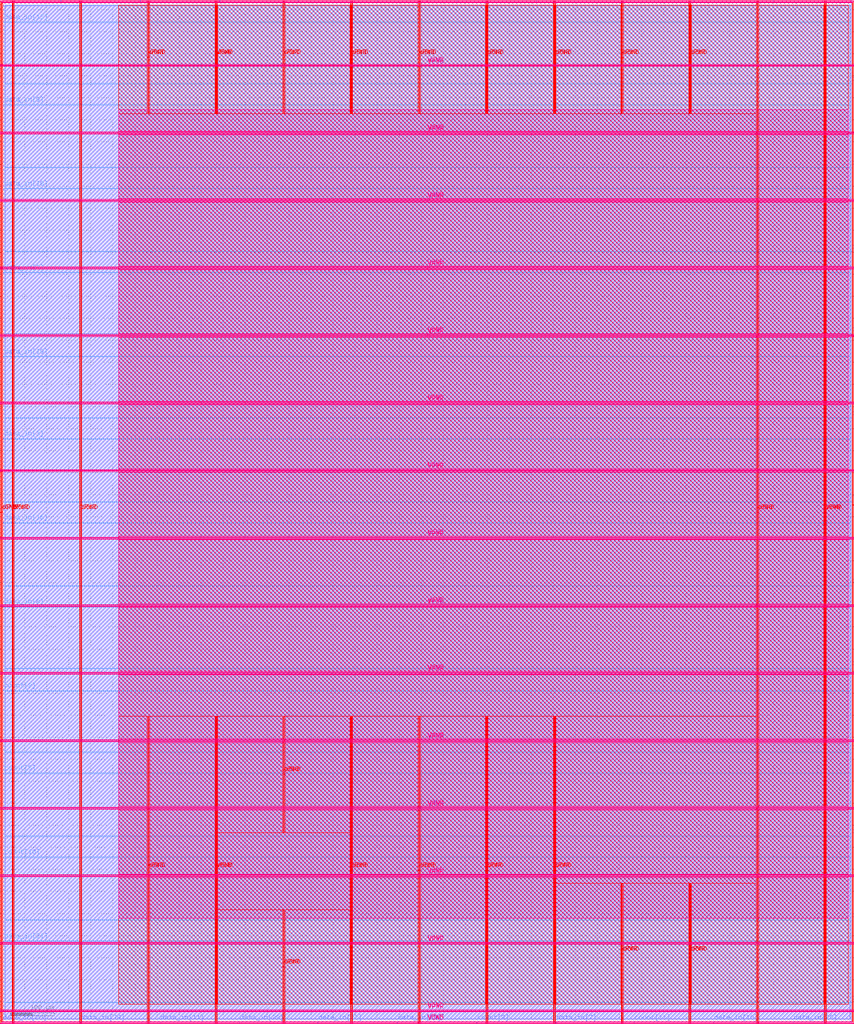
<source format=lef>
VERSION 5.7 ;
  NOWIREEXTENSIONATPIN ON ;
  DIVIDERCHAR "/" ;
  BUSBITCHARS "[]" ;
MACRO sistem
  CLASS BLOCK ;
  FOREIGN sistem ;
  ORIGIN 0.000 0.000 ;
  SIZE 1927.605 BY 2321.635 ;
  PIN VGND
    USE GROUND ;
    PORT
      LAYER met5 ;
        RECT -5.380 642.750 1932.780 644.350 ;
    END
    PORT
      LAYER met5 ;
        RECT -5.380 2174.550 1932.780 2176.150 ;
    END
    PORT
      LAYER met5 ;
        RECT -5.380 2021.370 1932.780 2022.970 ;
    END
    PORT
      LAYER met5 ;
        RECT -5.380 1868.190 1932.780 1869.790 ;
    END
    PORT
      LAYER met5 ;
        RECT -5.380 1715.010 1932.780 1716.610 ;
    END
    PORT
      LAYER met5 ;
        RECT -5.380 1561.830 1932.780 1563.430 ;
    END
    PORT
      LAYER met5 ;
        RECT -5.380 1408.650 1932.780 1410.250 ;
    END
    PORT
      LAYER met5 ;
        RECT -5.380 1255.470 1932.780 1257.070 ;
    END
    PORT
      LAYER met5 ;
        RECT -5.380 1102.290 1932.780 1103.890 ;
    END
    PORT
      LAYER met5 ;
        RECT -5.380 949.110 1932.780 950.710 ;
    END
    PORT
      LAYER met5 ;
        RECT -5.380 795.930 1932.780 797.530 ;
    END
    PORT
      LAYER met5 ;
        RECT -5.380 489.570 1932.780 491.170 ;
    END
    PORT
      LAYER met5 ;
        RECT -5.380 336.390 1932.780 337.990 ;
    END
    PORT
      LAYER met5 ;
        RECT -5.380 183.210 1932.780 184.810 ;
    END
    PORT
      LAYER met5 ;
        RECT -5.380 30.030 1932.780 31.630 ;
    END
    PORT
      LAYER met4 ;
        RECT 1867.540 -0.020 1869.140 2320.180 ;
    END
    PORT
      LAYER met4 ;
        RECT 1713.940 -0.020 1715.540 2320.180 ;
    END
    PORT
      LAYER met4 ;
        RECT 1560.340 2064.335 1561.940 2320.180 ;
    END
    PORT
      LAYER met4 ;
        RECT 1560.340 -0.020 1561.940 317.810 ;
    END
    PORT
      LAYER met4 ;
        RECT 1406.740 2064.335 1408.340 2320.180 ;
    END
    PORT
      LAYER met4 ;
        RECT 1406.740 -0.020 1408.340 317.810 ;
    END
    PORT
      LAYER met4 ;
        RECT 1253.140 2064.335 1254.740 2320.180 ;
    END
    PORT
      LAYER met4 ;
        RECT 1253.140 -0.020 1254.740 697.365 ;
    END
    PORT
      LAYER met4 ;
        RECT 1099.540 2064.335 1101.140 2320.180 ;
    END
    PORT
      LAYER met4 ;
        RECT 1099.540 -0.020 1101.140 697.365 ;
    END
    PORT
      LAYER met4 ;
        RECT 945.940 2064.335 947.540 2320.180 ;
    END
    PORT
      LAYER met4 ;
        RECT 945.940 -0.020 947.540 697.365 ;
    END
    PORT
      LAYER met4 ;
        RECT 792.340 2064.335 793.940 2320.180 ;
    END
    PORT
      LAYER met4 ;
        RECT 792.340 -0.020 793.940 697.365 ;
    END
    PORT
      LAYER met4 ;
        RECT 638.740 2064.335 640.340 2320.180 ;
    END
    PORT
      LAYER met4 ;
        RECT 638.740 433.695 640.340 697.365 ;
    END
    PORT
      LAYER met4 ;
        RECT 638.740 -0.020 640.340 258.085 ;
    END
    PORT
      LAYER met4 ;
        RECT 485.140 2064.335 486.740 2320.180 ;
    END
    PORT
      LAYER met4 ;
        RECT 485.140 -0.020 486.740 697.365 ;
    END
    PORT
      LAYER met4 ;
        RECT 331.540 2064.335 333.140 2320.180 ;
    END
    PORT
      LAYER met4 ;
        RECT 331.540 -0.020 333.140 697.365 ;
    END
    PORT
      LAYER met4 ;
        RECT 177.940 -0.020 179.540 2320.180 ;
    END
    PORT
      LAYER met4 ;
        RECT 24.340 -0.020 25.940 2320.180 ;
    END
    PORT
      LAYER met4 ;
        RECT 1931.180 -0.020 1932.780 2320.180 ;
    END
    PORT
      LAYER met5 ;
        RECT -5.380 2318.580 1932.780 2320.180 ;
    END
    PORT
      LAYER met5 ;
        RECT -5.380 -0.020 1932.780 1.580 ;
    END
    PORT
      LAYER met4 ;
        RECT -5.380 -0.020 -3.780 2320.180 ;
    END
  END VGND
  PIN VPWR
    USE POWER ;
    PORT
      LAYER met5 ;
        RECT -5.380 639.450 1932.780 641.050 ;
    END
    PORT
      LAYER met5 ;
        RECT -5.380 2171.250 1932.780 2172.850 ;
    END
    PORT
      LAYER met5 ;
        RECT -5.380 2018.070 1932.780 2019.670 ;
    END
    PORT
      LAYER met5 ;
        RECT -5.380 1864.890 1932.780 1866.490 ;
    END
    PORT
      LAYER met5 ;
        RECT -5.380 1711.710 1932.780 1713.310 ;
    END
    PORT
      LAYER met5 ;
        RECT -5.380 1558.530 1932.780 1560.130 ;
    END
    PORT
      LAYER met5 ;
        RECT -5.380 1405.350 1932.780 1406.950 ;
    END
    PORT
      LAYER met5 ;
        RECT -5.380 1252.170 1932.780 1253.770 ;
    END
    PORT
      LAYER met5 ;
        RECT -5.380 1098.990 1932.780 1100.590 ;
    END
    PORT
      LAYER met5 ;
        RECT -5.380 945.810 1932.780 947.410 ;
    END
    PORT
      LAYER met5 ;
        RECT -5.380 792.630 1932.780 794.230 ;
    END
    PORT
      LAYER met5 ;
        RECT -5.380 486.270 1932.780 487.870 ;
    END
    PORT
      LAYER met5 ;
        RECT -5.380 333.090 1932.780 334.690 ;
    END
    PORT
      LAYER met5 ;
        RECT -5.380 179.910 1932.780 181.510 ;
    END
    PORT
      LAYER met5 ;
        RECT -5.380 26.730 1932.780 28.330 ;
    END
    PORT
      LAYER met4 ;
        RECT 1864.240 -0.020 1865.840 2320.180 ;
    END
    PORT
      LAYER met4 ;
        RECT 1710.640 -0.020 1712.240 2320.180 ;
    END
    PORT
      LAYER met4 ;
        RECT 1557.040 2064.335 1558.640 2320.180 ;
    END
    PORT
      LAYER met4 ;
        RECT 1557.040 -0.020 1558.640 317.810 ;
    END
    PORT
      LAYER met4 ;
        RECT 1403.440 2064.335 1405.040 2320.180 ;
    END
    PORT
      LAYER met4 ;
        RECT 1403.440 -0.020 1405.040 317.810 ;
    END
    PORT
      LAYER met4 ;
        RECT 1249.840 2064.335 1251.440 2320.180 ;
    END
    PORT
      LAYER met4 ;
        RECT 1249.840 -0.020 1251.440 697.365 ;
    END
    PORT
      LAYER met4 ;
        RECT 1096.240 2064.335 1097.840 2320.180 ;
    END
    PORT
      LAYER met4 ;
        RECT 1096.240 -0.020 1097.840 697.365 ;
    END
    PORT
      LAYER met4 ;
        RECT 942.640 2064.335 944.240 2320.180 ;
    END
    PORT
      LAYER met4 ;
        RECT 942.640 -0.020 944.240 697.365 ;
    END
    PORT
      LAYER met4 ;
        RECT 789.040 2064.335 790.640 2320.180 ;
    END
    PORT
      LAYER met4 ;
        RECT 789.040 -0.020 790.640 697.365 ;
    END
    PORT
      LAYER met4 ;
        RECT 635.440 2064.335 637.040 2320.180 ;
    END
    PORT
      LAYER met4 ;
        RECT 635.440 433.695 637.040 697.365 ;
    END
    PORT
      LAYER met4 ;
        RECT 635.440 -0.020 637.040 258.085 ;
    END
    PORT
      LAYER met4 ;
        RECT 481.840 2064.335 483.440 2320.180 ;
    END
    PORT
      LAYER met4 ;
        RECT 481.840 -0.020 483.440 697.365 ;
    END
    PORT
      LAYER met4 ;
        RECT 328.240 2064.335 329.840 2320.180 ;
    END
    PORT
      LAYER met4 ;
        RECT 328.240 -0.020 329.840 697.365 ;
    END
    PORT
      LAYER met4 ;
        RECT 174.640 -0.020 176.240 2320.180 ;
    END
    PORT
      LAYER met4 ;
        RECT 21.040 -0.020 22.640 2320.180 ;
    END
    PORT
      LAYER met4 ;
        RECT 1927.880 3.280 1929.480 2316.880 ;
    END
    PORT
      LAYER met5 ;
        RECT -2.080 2315.280 1929.480 2316.880 ;
    END
    PORT
      LAYER met5 ;
        RECT -2.080 3.280 1929.480 4.880 ;
    END
    PORT
      LAYER met4 ;
        RECT -2.080 3.280 -0.480 2316.880 ;
    END
  END VPWR
  PIN clk
    PORT
      LAYER met3 ;
        RECT 1923.605 615.440 1927.605 616.040 ;
    END
  END clk
  PIN count[0]
    PORT
      LAYER met3 ;
        RECT 1923.605 234.640 1927.605 235.240 ;
    END
  END count[0]
  PIN count[10]
    PORT
      LAYER met3 ;
        RECT 0.000 377.440 4.000 378.040 ;
    END
  END count[10]
  PIN count[11]
    PORT
      LAYER met2 ;
        RECT 1432.990 0.000 1433.270 4.000 ;
    END
  END count[11]
  PIN count[1]
    PORT
      LAYER met2 ;
        RECT 1748.550 2317.635 1748.830 2321.635 ;
    END
  END count[1]
  PIN count[2]
    PORT
      LAYER met3 ;
        RECT 1923.605 47.640 1927.605 48.240 ;
    END
  END count[2]
  PIN count[3]
    PORT
      LAYER met2 ;
        RECT 1387.910 2317.635 1388.190 2321.635 ;
    END
  END count[3]
  PIN count[4]
    PORT
      LAYER met2 ;
        RECT 312.430 2317.635 312.710 2321.635 ;
    END
  END count[4]
  PIN count[5]
    PORT
      LAYER met3 ;
        RECT 0.000 567.840 4.000 568.440 ;
    END
  END count[5]
  PIN count[6]
    PORT
      LAYER met3 ;
        RECT 1923.605 425.040 1927.605 425.640 ;
    END
  END count[6]
  PIN count[7]
    PORT
      LAYER met3 ;
        RECT 1923.605 1941.440 1927.605 1942.040 ;
    END
  END count[7]
  PIN count[8]
    PORT
      LAYER met2 ;
        RECT 1075.570 0.000 1075.850 4.000 ;
    END
  END count[8]
  PIN count[9]
    PORT
      LAYER met3 ;
        RECT 0.000 754.840 4.000 755.440 ;
    END
  END count[9]
  PIN data_in[0]
    PORT
      LAYER met3 ;
        RECT 1923.605 1751.040 1927.605 1751.640 ;
    END
  END data_in[0]
  PIN data_in[10]
    PORT
      LAYER met2 ;
        RECT 1613.310 0.000 1613.590 4.000 ;
    END
  END data_in[10]
  PIN data_in[11]
    PORT
      LAYER met2 ;
        RECT 357.510 0.000 357.790 4.000 ;
    END
  END data_in[11]
  PIN data_in[12]
    PORT
      LAYER met3 ;
        RECT 1923.605 2131.840 1927.605 2132.440 ;
    END
  END data_in[12]
  PIN data_in[13]
    PORT
      LAYER met3 ;
        RECT 0.000 2271.240 4.000 2271.840 ;
    END
  END data_in[13]
  PIN data_in[14]
    PORT
      LAYER met2 ;
        RECT 1568.230 2317.635 1568.510 2321.635 ;
    END
  END data_in[14]
  PIN data_in[15]
    PORT
      LAYER met2 ;
        RECT 1030.490 2317.635 1030.770 2321.635 ;
    END
  END data_in[15]
  PIN data_in[16]
    PORT
      LAYER met3 ;
        RECT 0.000 1135.640 4.000 1136.240 ;
    END
  END data_in[16]
  PIN data_in[17]
    PORT
      LAYER met2 ;
        RECT 850.170 2317.635 850.450 2321.635 ;
    END
  END data_in[17]
  PIN data_in[18]
    PORT
      LAYER met3 ;
        RECT 0.000 1893.840 4.000 1894.440 ;
    END
  END data_in[18]
  PIN data_in[19]
    PORT
      LAYER met3 ;
        RECT 0.000 1513.040 4.000 1513.640 ;
    END
  END data_in[19]
  PIN data_in[1]
    PORT
      LAYER met2 ;
        RECT 132.110 2317.635 132.390 2321.635 ;
    END
  END data_in[1]
  PIN data_in[20]
    PORT
      LAYER met2 ;
        RECT 0.090 0.000 0.370 4.000 ;
    END
  END data_in[20]
  PIN data_in[21]
    PORT
      LAYER met3 ;
        RECT 0.000 187.040 4.000 187.640 ;
    END
  END data_in[21]
  PIN data_in[22]
    PORT
      LAYER met3 ;
        RECT 1923.605 1564.040 1927.605 1564.640 ;
    END
  END data_in[22]
  PIN data_in[23]
    PORT
      LAYER met2 ;
        RECT 714.930 0.000 715.210 4.000 ;
    END
  END data_in[23]
  PIN data_in[24]
    PORT
      LAYER met3 ;
        RECT 1923.605 1373.640 1927.605 1374.240 ;
    END
  END data_in[24]
  PIN data_in[25]
    PORT
      LAYER met2 ;
        RECT 1793.630 0.000 1793.910 4.000 ;
    END
  END data_in[25]
  PIN data_in[26]
    PORT
      LAYER met2 ;
        RECT 1210.810 2317.635 1211.090 2321.635 ;
    END
  END data_in[26]
  PIN data_in[27]
    PORT
      LAYER met3 ;
        RECT 1923.605 805.840 1927.605 806.440 ;
    END
  END data_in[27]
  PIN data_in[28]
    PORT
      LAYER met2 ;
        RECT 177.190 0.000 177.470 4.000 ;
    END
  END data_in[28]
  PIN data_in[29]
    PORT
      LAYER met2 ;
        RECT 537.830 0.000 538.110 4.000 ;
    END
  END data_in[29]
  PIN data_in[2]
    PORT
      LAYER met3 ;
        RECT 0.000 1703.440 4.000 1704.040 ;
    END
  END data_in[2]
  PIN data_in[30]
    PORT
      LAYER met3 ;
        RECT 1923.605 992.840 1927.605 993.440 ;
    END
  END data_in[30]
  PIN data_in[31]
    PORT
      LAYER met2 ;
        RECT 895.250 0.000 895.530 4.000 ;
    END
  END data_in[31]
  PIN data_in[3]
    PORT
      LAYER met3 ;
        RECT 0.000 1326.040 4.000 1326.640 ;
    END
  END data_in[3]
  PIN data_in[4]
    PORT
      LAYER met2 ;
        RECT 1925.650 2317.635 1925.930 2321.635 ;
    END
  END data_in[4]
  PIN data_in[5]
    PORT
      LAYER met2 ;
        RECT 492.750 2317.635 493.030 2321.635 ;
    END
  END data_in[5]
  PIN data_in[6]
    PORT
      LAYER met2 ;
        RECT 669.850 2317.635 670.130 2321.635 ;
    END
  END data_in[6]
  PIN data_in[7]
    PORT
      LAYER met2 ;
        RECT 1255.890 0.000 1256.170 4.000 ;
    END
  END data_in[7]
  PIN data_in[8]
    PORT
      LAYER met3 ;
        RECT 0.000 945.240 4.000 945.840 ;
    END
  END data_in[8]
  PIN data_in[9]
    PORT
      LAYER met3 ;
        RECT 0.000 2084.240 4.000 2084.840 ;
    END
  END data_in[9]
  PIN reset
    PORT
      LAYER met3 ;
        RECT 1923.605 1183.240 1927.605 1183.840 ;
    END
  END reset
  OBS
      LAYER li1 ;
        RECT 5.520 10.795 1921.880 2309.365 ;
      LAYER met1 ;
        RECT 0.070 10.640 1925.950 2309.520 ;
      LAYER met2 ;
        RECT 0.100 2317.355 131.830 2317.635 ;
        RECT 132.670 2317.355 312.150 2317.635 ;
        RECT 312.990 2317.355 492.470 2317.635 ;
        RECT 493.310 2317.355 669.570 2317.635 ;
        RECT 670.410 2317.355 849.890 2317.635 ;
        RECT 850.730 2317.355 1030.210 2317.635 ;
        RECT 1031.050 2317.355 1210.530 2317.635 ;
        RECT 1211.370 2317.355 1387.630 2317.635 ;
        RECT 1388.470 2317.355 1567.950 2317.635 ;
        RECT 1568.790 2317.355 1748.270 2317.635 ;
        RECT 1749.110 2317.355 1925.370 2317.635 ;
        RECT 0.100 4.280 1925.920 2317.355 ;
        RECT 0.650 3.670 176.910 4.280 ;
        RECT 177.750 3.670 357.230 4.280 ;
        RECT 358.070 3.670 537.550 4.280 ;
        RECT 538.390 3.670 714.650 4.280 ;
        RECT 715.490 3.670 894.970 4.280 ;
        RECT 895.810 3.670 1075.290 4.280 ;
        RECT 1076.130 3.670 1255.610 4.280 ;
        RECT 1256.450 3.670 1432.710 4.280 ;
        RECT 1433.550 3.670 1613.030 4.280 ;
        RECT 1613.870 3.670 1793.350 4.280 ;
        RECT 1794.190 3.670 1925.920 4.280 ;
      LAYER met3 ;
        RECT 4.000 2272.240 1923.605 2310.465 ;
        RECT 4.400 2270.840 1923.605 2272.240 ;
        RECT 4.000 2132.840 1923.605 2270.840 ;
        RECT 4.000 2131.440 1923.205 2132.840 ;
        RECT 4.000 2085.240 1923.605 2131.440 ;
        RECT 4.400 2083.840 1923.605 2085.240 ;
        RECT 4.000 1942.440 1923.605 2083.840 ;
        RECT 4.000 1941.040 1923.205 1942.440 ;
        RECT 4.000 1894.840 1923.605 1941.040 ;
        RECT 4.400 1893.440 1923.605 1894.840 ;
        RECT 4.000 1752.040 1923.605 1893.440 ;
        RECT 4.000 1750.640 1923.205 1752.040 ;
        RECT 4.000 1704.440 1923.605 1750.640 ;
        RECT 4.400 1703.040 1923.605 1704.440 ;
        RECT 4.000 1565.040 1923.605 1703.040 ;
        RECT 4.000 1563.640 1923.205 1565.040 ;
        RECT 4.000 1514.040 1923.605 1563.640 ;
        RECT 4.400 1512.640 1923.605 1514.040 ;
        RECT 4.000 1374.640 1923.605 1512.640 ;
        RECT 4.000 1373.240 1923.205 1374.640 ;
        RECT 4.000 1327.040 1923.605 1373.240 ;
        RECT 4.400 1325.640 1923.605 1327.040 ;
        RECT 4.000 1184.240 1923.605 1325.640 ;
        RECT 4.000 1182.840 1923.205 1184.240 ;
        RECT 4.000 1136.640 1923.605 1182.840 ;
        RECT 4.400 1135.240 1923.605 1136.640 ;
        RECT 4.000 993.840 1923.605 1135.240 ;
        RECT 4.000 992.440 1923.205 993.840 ;
        RECT 4.000 946.240 1923.605 992.440 ;
        RECT 4.400 944.840 1923.605 946.240 ;
        RECT 4.000 806.840 1923.605 944.840 ;
        RECT 4.000 805.440 1923.205 806.840 ;
        RECT 4.000 755.840 1923.605 805.440 ;
        RECT 4.400 754.440 1923.605 755.840 ;
        RECT 4.000 616.440 1923.605 754.440 ;
        RECT 4.000 615.040 1923.205 616.440 ;
        RECT 4.000 568.840 1923.605 615.040 ;
        RECT 4.400 567.440 1923.605 568.840 ;
        RECT 4.000 426.040 1923.605 567.440 ;
        RECT 4.000 424.640 1923.205 426.040 ;
        RECT 4.000 378.440 1923.605 424.640 ;
        RECT 4.400 377.040 1923.605 378.440 ;
        RECT 4.000 235.640 1923.605 377.040 ;
        RECT 4.000 234.240 1923.205 235.640 ;
        RECT 4.000 188.040 1923.605 234.240 ;
        RECT 4.400 186.640 1923.605 188.040 ;
        RECT 4.000 48.640 1923.605 186.640 ;
        RECT 4.000 47.240 1923.205 48.640 ;
        RECT 4.000 10.715 1923.605 47.240 ;
      LAYER met4 ;
        RECT 262.990 2063.935 327.840 2310.465 ;
        RECT 330.240 2063.935 331.140 2310.465 ;
        RECT 333.540 2063.935 481.440 2310.465 ;
        RECT 483.840 2063.935 484.740 2310.465 ;
        RECT 487.140 2063.935 635.040 2310.465 ;
        RECT 637.440 2063.935 638.340 2310.465 ;
        RECT 640.740 2063.935 788.640 2310.465 ;
        RECT 791.040 2063.935 791.940 2310.465 ;
        RECT 794.340 2063.935 942.240 2310.465 ;
        RECT 944.640 2063.935 945.540 2310.465 ;
        RECT 947.940 2063.935 1095.840 2310.465 ;
        RECT 1098.240 2063.935 1099.140 2310.465 ;
        RECT 1101.540 2063.935 1249.440 2310.465 ;
        RECT 1251.840 2063.935 1252.740 2310.465 ;
        RECT 1255.140 2063.935 1403.040 2310.465 ;
        RECT 1405.440 2063.935 1406.340 2310.465 ;
        RECT 1408.740 2063.935 1556.640 2310.465 ;
        RECT 1559.040 2063.935 1559.940 2310.465 ;
        RECT 1562.340 2063.935 1710.240 2310.465 ;
        RECT 262.990 697.765 1710.240 2063.935 ;
        RECT 262.990 44.375 327.840 697.765 ;
        RECT 330.240 44.375 331.140 697.765 ;
        RECT 333.540 44.375 481.440 697.765 ;
        RECT 483.840 44.375 484.740 697.765 ;
        RECT 487.140 433.295 635.040 697.765 ;
        RECT 637.440 433.295 638.340 697.765 ;
        RECT 640.740 433.295 788.640 697.765 ;
        RECT 487.140 258.485 788.640 433.295 ;
        RECT 487.140 44.375 635.040 258.485 ;
        RECT 637.440 44.375 638.340 258.485 ;
        RECT 640.740 44.375 788.640 258.485 ;
        RECT 791.040 44.375 791.940 697.765 ;
        RECT 794.340 44.375 942.240 697.765 ;
        RECT 944.640 44.375 945.540 697.765 ;
        RECT 947.940 44.375 1095.840 697.765 ;
        RECT 1098.240 44.375 1099.140 697.765 ;
        RECT 1101.540 44.375 1249.440 697.765 ;
        RECT 1251.840 44.375 1252.740 697.765 ;
        RECT 1255.140 318.210 1710.240 697.765 ;
        RECT 1255.140 44.375 1403.040 318.210 ;
        RECT 1405.440 44.375 1406.340 318.210 ;
        RECT 1408.740 44.375 1556.640 318.210 ;
        RECT 1559.040 44.375 1559.940 318.210 ;
        RECT 1562.340 44.375 1710.240 318.210 ;
        RECT 1712.640 44.375 1713.540 2310.465 ;
        RECT 1715.940 44.375 1863.840 2310.465 ;
        RECT 1866.240 44.375 1867.140 2310.465 ;
        RECT 1869.540 44.375 1918.330 2310.465 ;
      LAYER met5 ;
        RECT 262.780 2024.570 1918.540 2073.100 ;
        RECT 262.780 1871.390 1918.540 2016.470 ;
        RECT 262.780 1718.210 1918.540 1863.290 ;
        RECT 262.780 1565.030 1918.540 1710.110 ;
        RECT 262.780 1411.850 1918.540 1556.930 ;
        RECT 262.780 1258.670 1918.540 1403.750 ;
        RECT 262.780 1105.490 1918.540 1250.570 ;
        RECT 262.780 952.310 1918.540 1097.390 ;
        RECT 262.780 799.130 1918.540 944.210 ;
        RECT 262.780 645.950 1918.540 791.030 ;
        RECT 262.780 492.770 1918.540 637.850 ;
        RECT 262.780 339.590 1918.540 484.670 ;
        RECT 262.780 238.900 1918.540 331.490 ;
  END
END sistem
END LIBRARY


</source>
